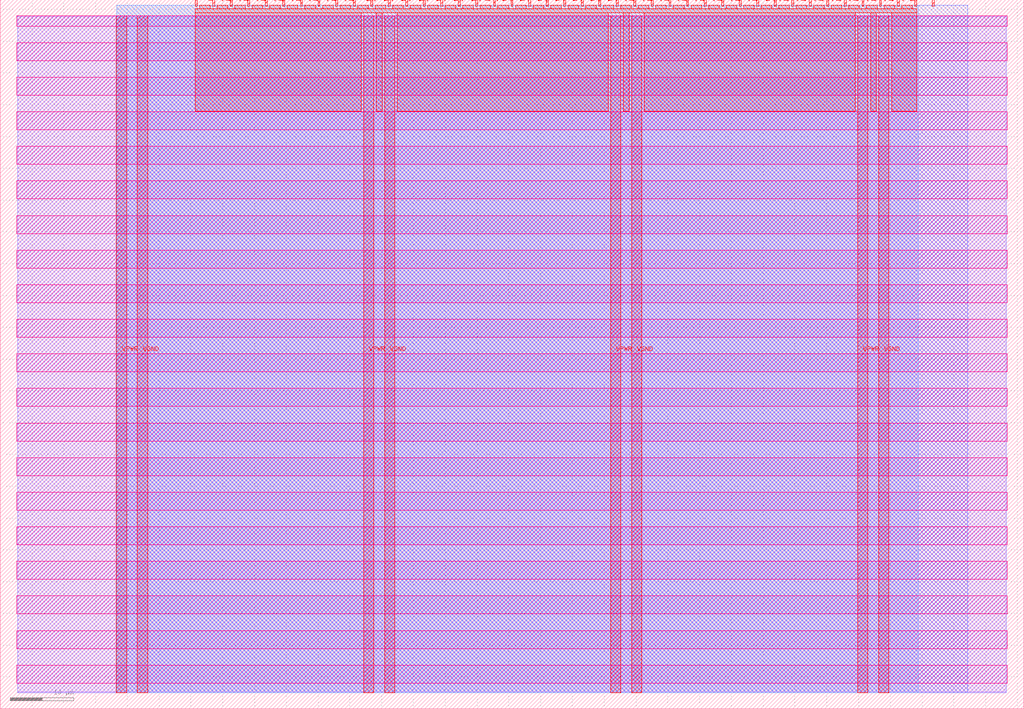
<source format=lef>
VERSION 5.7 ;
  NOWIREEXTENSIONATPIN ON ;
  DIVIDERCHAR "/" ;
  BUSBITCHARS "[]" ;
MACRO tt_um_wokwi_407852791999030273
  CLASS BLOCK ;
  FOREIGN tt_um_wokwi_407852791999030273 ;
  ORIGIN 0.000 0.000 ;
  SIZE 161.000 BY 111.520 ;
  PIN VGND
    DIRECTION INOUT ;
    USE GROUND ;
    PORT
      LAYER met4 ;
        RECT 21.580 2.480 23.180 109.040 ;
    END
    PORT
      LAYER met4 ;
        RECT 60.450 2.480 62.050 109.040 ;
    END
    PORT
      LAYER met4 ;
        RECT 99.320 2.480 100.920 109.040 ;
    END
    PORT
      LAYER met4 ;
        RECT 138.190 2.480 139.790 109.040 ;
    END
  END VGND
  PIN VPWR
    DIRECTION INOUT ;
    USE POWER ;
    PORT
      LAYER met4 ;
        RECT 18.280 2.480 19.880 109.040 ;
    END
    PORT
      LAYER met4 ;
        RECT 57.150 2.480 58.750 109.040 ;
    END
    PORT
      LAYER met4 ;
        RECT 96.020 2.480 97.620 109.040 ;
    END
    PORT
      LAYER met4 ;
        RECT 134.890 2.480 136.490 109.040 ;
    END
  END VPWR
  PIN clk
    DIRECTION INPUT ;
    USE SIGNAL ;
    ANTENNAGATEAREA 0.852000 ;
    PORT
      LAYER met4 ;
        RECT 143.830 110.520 144.130 111.520 ;
    END
  END clk
  PIN ena
    DIRECTION INPUT ;
    USE SIGNAL ;
    PORT
      LAYER met4 ;
        RECT 146.590 110.520 146.890 111.520 ;
    END
  END ena
  PIN rst_n
    DIRECTION INPUT ;
    USE SIGNAL ;
    PORT
      LAYER met4 ;
        RECT 141.070 110.520 141.370 111.520 ;
    END
  END rst_n
  PIN ui_in[0]
    DIRECTION INPUT ;
    USE SIGNAL ;
    ANTENNAGATEAREA 0.196500 ;
    PORT
      LAYER met4 ;
        RECT 138.310 110.520 138.610 111.520 ;
    END
  END ui_in[0]
  PIN ui_in[1]
    DIRECTION INPUT ;
    USE SIGNAL ;
    ANTENNAGATEAREA 0.159000 ;
    PORT
      LAYER met4 ;
        RECT 135.550 110.520 135.850 111.520 ;
    END
  END ui_in[1]
  PIN ui_in[2]
    DIRECTION INPUT ;
    USE SIGNAL ;
    ANTENNAGATEAREA 0.159000 ;
    PORT
      LAYER met4 ;
        RECT 132.790 110.520 133.090 111.520 ;
    END
  END ui_in[2]
  PIN ui_in[3]
    DIRECTION INPUT ;
    USE SIGNAL ;
    ANTENNAGATEAREA 0.159000 ;
    PORT
      LAYER met4 ;
        RECT 130.030 110.520 130.330 111.520 ;
    END
  END ui_in[3]
  PIN ui_in[4]
    DIRECTION INPUT ;
    USE SIGNAL ;
    ANTENNAGATEAREA 0.159000 ;
    PORT
      LAYER met4 ;
        RECT 127.270 110.520 127.570 111.520 ;
    END
  END ui_in[4]
  PIN ui_in[5]
    DIRECTION INPUT ;
    USE SIGNAL ;
    ANTENNAGATEAREA 0.196500 ;
    PORT
      LAYER met4 ;
        RECT 124.510 110.520 124.810 111.520 ;
    END
  END ui_in[5]
  PIN ui_in[6]
    DIRECTION INPUT ;
    USE SIGNAL ;
    ANTENNAGATEAREA 0.196500 ;
    PORT
      LAYER met4 ;
        RECT 121.750 110.520 122.050 111.520 ;
    END
  END ui_in[6]
  PIN ui_in[7]
    DIRECTION INPUT ;
    USE SIGNAL ;
    ANTENNAGATEAREA 0.213000 ;
    PORT
      LAYER met4 ;
        RECT 118.990 110.520 119.290 111.520 ;
    END
  END ui_in[7]
  PIN uio_in[0]
    DIRECTION INPUT ;
    USE SIGNAL ;
    PORT
      LAYER met4 ;
        RECT 116.230 110.520 116.530 111.520 ;
    END
  END uio_in[0]
  PIN uio_in[1]
    DIRECTION INPUT ;
    USE SIGNAL ;
    PORT
      LAYER met4 ;
        RECT 113.470 110.520 113.770 111.520 ;
    END
  END uio_in[1]
  PIN uio_in[2]
    DIRECTION INPUT ;
    USE SIGNAL ;
    PORT
      LAYER met4 ;
        RECT 110.710 110.520 111.010 111.520 ;
    END
  END uio_in[2]
  PIN uio_in[3]
    DIRECTION INPUT ;
    USE SIGNAL ;
    PORT
      LAYER met4 ;
        RECT 107.950 110.520 108.250 111.520 ;
    END
  END uio_in[3]
  PIN uio_in[4]
    DIRECTION INPUT ;
    USE SIGNAL ;
    PORT
      LAYER met4 ;
        RECT 105.190 110.520 105.490 111.520 ;
    END
  END uio_in[4]
  PIN uio_in[5]
    DIRECTION INPUT ;
    USE SIGNAL ;
    PORT
      LAYER met4 ;
        RECT 102.430 110.520 102.730 111.520 ;
    END
  END uio_in[5]
  PIN uio_in[6]
    DIRECTION INPUT ;
    USE SIGNAL ;
    PORT
      LAYER met4 ;
        RECT 99.670 110.520 99.970 111.520 ;
    END
  END uio_in[6]
  PIN uio_in[7]
    DIRECTION INPUT ;
    USE SIGNAL ;
    PORT
      LAYER met4 ;
        RECT 96.910 110.520 97.210 111.520 ;
    END
  END uio_in[7]
  PIN uio_oe[0]
    DIRECTION OUTPUT ;
    USE SIGNAL ;
    ANTENNADIFFAREA 0.445500 ;
    PORT
      LAYER met4 ;
        RECT 49.990 110.520 50.290 111.520 ;
    END
  END uio_oe[0]
  PIN uio_oe[1]
    DIRECTION OUTPUT ;
    USE SIGNAL ;
    ANTENNADIFFAREA 0.445500 ;
    PORT
      LAYER met4 ;
        RECT 47.230 110.520 47.530 111.520 ;
    END
  END uio_oe[1]
  PIN uio_oe[2]
    DIRECTION OUTPUT ;
    USE SIGNAL ;
    ANTENNADIFFAREA 0.445500 ;
    PORT
      LAYER met4 ;
        RECT 44.470 110.520 44.770 111.520 ;
    END
  END uio_oe[2]
  PIN uio_oe[3]
    DIRECTION OUTPUT ;
    USE SIGNAL ;
    ANTENNADIFFAREA 0.445500 ;
    PORT
      LAYER met4 ;
        RECT 41.710 110.520 42.010 111.520 ;
    END
  END uio_oe[3]
  PIN uio_oe[4]
    DIRECTION OUTPUT ;
    USE SIGNAL ;
    ANTENNADIFFAREA 0.445500 ;
    PORT
      LAYER met4 ;
        RECT 38.950 110.520 39.250 111.520 ;
    END
  END uio_oe[4]
  PIN uio_oe[5]
    DIRECTION OUTPUT ;
    USE SIGNAL ;
    ANTENNADIFFAREA 0.445500 ;
    PORT
      LAYER met4 ;
        RECT 36.190 110.520 36.490 111.520 ;
    END
  END uio_oe[5]
  PIN uio_oe[6]
    DIRECTION OUTPUT ;
    USE SIGNAL ;
    ANTENNADIFFAREA 0.445500 ;
    PORT
      LAYER met4 ;
        RECT 33.430 110.520 33.730 111.520 ;
    END
  END uio_oe[6]
  PIN uio_oe[7]
    DIRECTION OUTPUT ;
    USE SIGNAL ;
    ANTENNADIFFAREA 0.445500 ;
    PORT
      LAYER met4 ;
        RECT 30.670 110.520 30.970 111.520 ;
    END
  END uio_oe[7]
  PIN uio_out[0]
    DIRECTION OUTPUT ;
    USE SIGNAL ;
    ANTENNADIFFAREA 0.445500 ;
    PORT
      LAYER met4 ;
        RECT 72.070 110.520 72.370 111.520 ;
    END
  END uio_out[0]
  PIN uio_out[1]
    DIRECTION OUTPUT ;
    USE SIGNAL ;
    ANTENNADIFFAREA 0.445500 ;
    PORT
      LAYER met4 ;
        RECT 69.310 110.520 69.610 111.520 ;
    END
  END uio_out[1]
  PIN uio_out[2]
    DIRECTION OUTPUT ;
    USE SIGNAL ;
    ANTENNADIFFAREA 0.445500 ;
    PORT
      LAYER met4 ;
        RECT 66.550 110.520 66.850 111.520 ;
    END
  END uio_out[2]
  PIN uio_out[3]
    DIRECTION OUTPUT ;
    USE SIGNAL ;
    ANTENNADIFFAREA 0.445500 ;
    PORT
      LAYER met4 ;
        RECT 63.790 110.520 64.090 111.520 ;
    END
  END uio_out[3]
  PIN uio_out[4]
    DIRECTION OUTPUT ;
    USE SIGNAL ;
    ANTENNADIFFAREA 0.445500 ;
    PORT
      LAYER met4 ;
        RECT 61.030 110.520 61.330 111.520 ;
    END
  END uio_out[4]
  PIN uio_out[5]
    DIRECTION OUTPUT ;
    USE SIGNAL ;
    ANTENNADIFFAREA 0.445500 ;
    PORT
      LAYER met4 ;
        RECT 58.270 110.520 58.570 111.520 ;
    END
  END uio_out[5]
  PIN uio_out[6]
    DIRECTION OUTPUT ;
    USE SIGNAL ;
    ANTENNADIFFAREA 0.445500 ;
    PORT
      LAYER met4 ;
        RECT 55.510 110.520 55.810 111.520 ;
    END
  END uio_out[6]
  PIN uio_out[7]
    DIRECTION OUTPUT ;
    USE SIGNAL ;
    ANTENNADIFFAREA 0.445500 ;
    PORT
      LAYER met4 ;
        RECT 52.750 110.520 53.050 111.520 ;
    END
  END uio_out[7]
  PIN uo_out[0]
    DIRECTION OUTPUT ;
    USE SIGNAL ;
    ANTENNADIFFAREA 0.795200 ;
    PORT
      LAYER met4 ;
        RECT 94.150 110.520 94.450 111.520 ;
    END
  END uo_out[0]
  PIN uo_out[1]
    DIRECTION OUTPUT ;
    USE SIGNAL ;
    ANTENNADIFFAREA 0.795200 ;
    PORT
      LAYER met4 ;
        RECT 91.390 110.520 91.690 111.520 ;
    END
  END uo_out[1]
  PIN uo_out[2]
    DIRECTION OUTPUT ;
    USE SIGNAL ;
    ANTENNADIFFAREA 0.795200 ;
    PORT
      LAYER met4 ;
        RECT 88.630 110.520 88.930 111.520 ;
    END
  END uo_out[2]
  PIN uo_out[3]
    DIRECTION OUTPUT ;
    USE SIGNAL ;
    ANTENNADIFFAREA 0.795200 ;
    PORT
      LAYER met4 ;
        RECT 85.870 110.520 86.170 111.520 ;
    END
  END uo_out[3]
  PIN uo_out[4]
    DIRECTION OUTPUT ;
    USE SIGNAL ;
    ANTENNADIFFAREA 0.445500 ;
    PORT
      LAYER met4 ;
        RECT 83.110 110.520 83.410 111.520 ;
    END
  END uo_out[4]
  PIN uo_out[5]
    DIRECTION OUTPUT ;
    USE SIGNAL ;
    ANTENNADIFFAREA 0.445500 ;
    PORT
      LAYER met4 ;
        RECT 80.350 110.520 80.650 111.520 ;
    END
  END uo_out[5]
  PIN uo_out[6]
    DIRECTION OUTPUT ;
    USE SIGNAL ;
    ANTENNADIFFAREA 0.445500 ;
    PORT
      LAYER met4 ;
        RECT 77.590 110.520 77.890 111.520 ;
    END
  END uo_out[6]
  PIN uo_out[7]
    DIRECTION OUTPUT ;
    USE SIGNAL ;
    ANTENNADIFFAREA 0.445500 ;
    PORT
      LAYER met4 ;
        RECT 74.830 110.520 75.130 111.520 ;
    END
  END uo_out[7]
  OBS
      LAYER nwell ;
        RECT 2.570 107.385 158.430 108.990 ;
        RECT 2.570 101.945 158.430 104.775 ;
        RECT 2.570 96.505 158.430 99.335 ;
        RECT 2.570 91.065 158.430 93.895 ;
        RECT 2.570 85.625 158.430 88.455 ;
        RECT 2.570 80.185 158.430 83.015 ;
        RECT 2.570 74.745 158.430 77.575 ;
        RECT 2.570 69.305 158.430 72.135 ;
        RECT 2.570 63.865 158.430 66.695 ;
        RECT 2.570 58.425 158.430 61.255 ;
        RECT 2.570 52.985 158.430 55.815 ;
        RECT 2.570 47.545 158.430 50.375 ;
        RECT 2.570 42.105 158.430 44.935 ;
        RECT 2.570 36.665 158.430 39.495 ;
        RECT 2.570 31.225 158.430 34.055 ;
        RECT 2.570 25.785 158.430 28.615 ;
        RECT 2.570 20.345 158.430 23.175 ;
        RECT 2.570 14.905 158.430 17.735 ;
        RECT 2.570 9.465 158.430 12.295 ;
        RECT 2.570 4.025 158.430 6.855 ;
      LAYER li1 ;
        RECT 2.760 2.635 158.240 108.885 ;
      LAYER met1 ;
        RECT 2.760 2.480 158.240 109.040 ;
      LAYER met2 ;
        RECT 18.310 2.535 152.160 110.685 ;
      LAYER met3 ;
        RECT 18.290 2.555 144.370 110.665 ;
      LAYER met4 ;
        RECT 31.370 110.120 33.030 110.665 ;
        RECT 34.130 110.120 35.790 110.665 ;
        RECT 36.890 110.120 38.550 110.665 ;
        RECT 39.650 110.120 41.310 110.665 ;
        RECT 42.410 110.120 44.070 110.665 ;
        RECT 45.170 110.120 46.830 110.665 ;
        RECT 47.930 110.120 49.590 110.665 ;
        RECT 50.690 110.120 52.350 110.665 ;
        RECT 53.450 110.120 55.110 110.665 ;
        RECT 56.210 110.120 57.870 110.665 ;
        RECT 58.970 110.120 60.630 110.665 ;
        RECT 61.730 110.120 63.390 110.665 ;
        RECT 64.490 110.120 66.150 110.665 ;
        RECT 67.250 110.120 68.910 110.665 ;
        RECT 70.010 110.120 71.670 110.665 ;
        RECT 72.770 110.120 74.430 110.665 ;
        RECT 75.530 110.120 77.190 110.665 ;
        RECT 78.290 110.120 79.950 110.665 ;
        RECT 81.050 110.120 82.710 110.665 ;
        RECT 83.810 110.120 85.470 110.665 ;
        RECT 86.570 110.120 88.230 110.665 ;
        RECT 89.330 110.120 90.990 110.665 ;
        RECT 92.090 110.120 93.750 110.665 ;
        RECT 94.850 110.120 96.510 110.665 ;
        RECT 97.610 110.120 99.270 110.665 ;
        RECT 100.370 110.120 102.030 110.665 ;
        RECT 103.130 110.120 104.790 110.665 ;
        RECT 105.890 110.120 107.550 110.665 ;
        RECT 108.650 110.120 110.310 110.665 ;
        RECT 111.410 110.120 113.070 110.665 ;
        RECT 114.170 110.120 115.830 110.665 ;
        RECT 116.930 110.120 118.590 110.665 ;
        RECT 119.690 110.120 121.350 110.665 ;
        RECT 122.450 110.120 124.110 110.665 ;
        RECT 125.210 110.120 126.870 110.665 ;
        RECT 127.970 110.120 129.630 110.665 ;
        RECT 130.730 110.120 132.390 110.665 ;
        RECT 133.490 110.120 135.150 110.665 ;
        RECT 136.250 110.120 137.910 110.665 ;
        RECT 139.010 110.120 140.670 110.665 ;
        RECT 141.770 110.120 143.430 110.665 ;
        RECT 30.655 109.440 144.145 110.120 ;
        RECT 30.655 94.015 56.750 109.440 ;
        RECT 59.150 94.015 60.050 109.440 ;
        RECT 62.450 94.015 95.620 109.440 ;
        RECT 98.020 94.015 98.920 109.440 ;
        RECT 101.320 94.015 134.490 109.440 ;
        RECT 136.890 94.015 137.790 109.440 ;
        RECT 140.190 94.015 144.145 109.440 ;
  END
END tt_um_wokwi_407852791999030273
END LIBRARY


</source>
